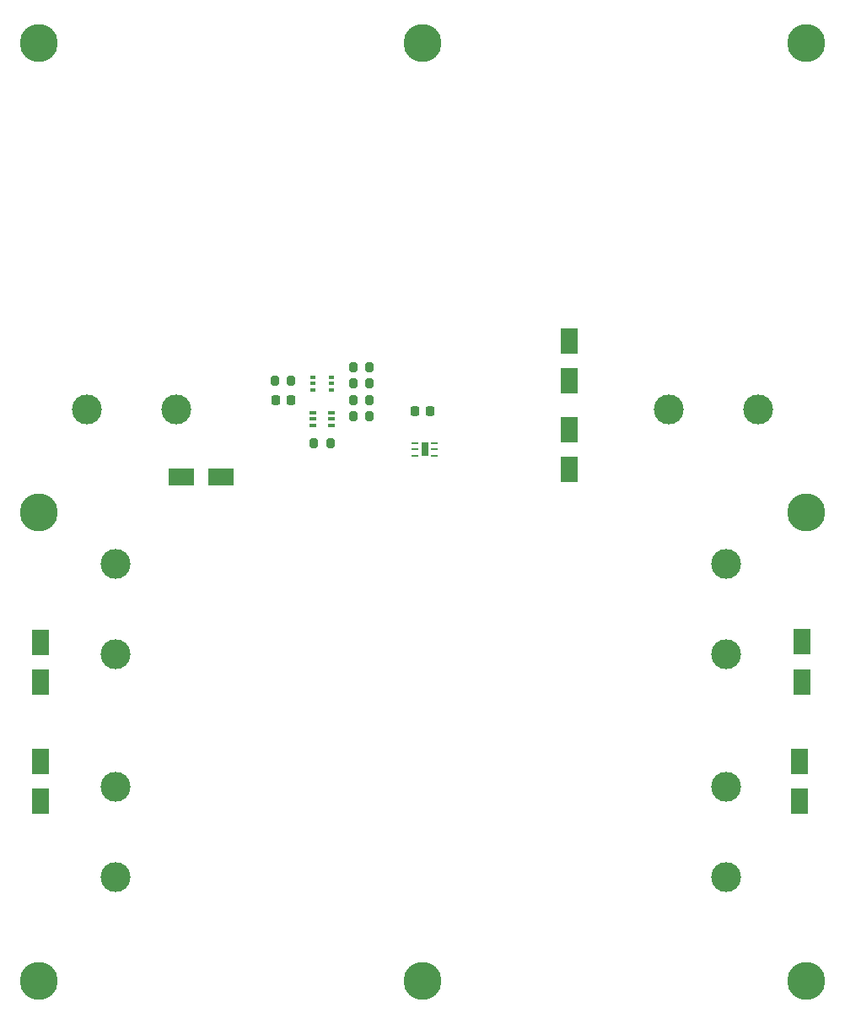
<source format=gts>
%TF.GenerationSoftware,KiCad,Pcbnew,(6.0.5)*%
%TF.CreationDate,2022-07-09T20:44:09-07:00*%
%TF.ProjectId,solar-panel-side-Y-plus,736f6c61-722d-4706-916e-656c2d736964,rev?*%
%TF.SameCoordinates,Original*%
%TF.FileFunction,Soldermask,Top*%
%TF.FilePolarity,Negative*%
%FSLAX46Y46*%
G04 Gerber Fmt 4.6, Leading zero omitted, Abs format (unit mm)*
G04 Created by KiCad (PCBNEW (6.0.5)) date 2022-07-09 20:44:09*
%MOMM*%
%LPD*%
G01*
G04 APERTURE LIST*
G04 Aperture macros list*
%AMRoundRect*
0 Rectangle with rounded corners*
0 $1 Rounding radius*
0 $2 $3 $4 $5 $6 $7 $8 $9 X,Y pos of 4 corners*
0 Add a 4 corners polygon primitive as box body*
4,1,4,$2,$3,$4,$5,$6,$7,$8,$9,$2,$3,0*
0 Add four circle primitives for the rounded corners*
1,1,$1+$1,$2,$3*
1,1,$1+$1,$4,$5*
1,1,$1+$1,$6,$7*
1,1,$1+$1,$8,$9*
0 Add four rect primitives between the rounded corners*
20,1,$1+$1,$2,$3,$4,$5,0*
20,1,$1+$1,$4,$5,$6,$7,0*
20,1,$1+$1,$6,$7,$8,$9,0*
20,1,$1+$1,$8,$9,$2,$3,0*%
G04 Aperture macros list end*
%ADD10C,3.000000*%
%ADD11R,1.700000X2.500000*%
%ADD12R,2.500000X1.700000*%
%ADD13C,3.800000*%
%ADD14C,2.600000*%
%ADD15RoundRect,0.200000X0.200000X0.275000X-0.200000X0.275000X-0.200000X-0.275000X0.200000X-0.275000X0*%
%ADD16RoundRect,0.225000X-0.225000X-0.250000X0.225000X-0.250000X0.225000X0.250000X-0.225000X0.250000X0*%
%ADD17R,0.600000X0.400000*%
%ADD18RoundRect,0.200000X-0.200000X-0.275000X0.200000X-0.275000X0.200000X0.275000X-0.200000X0.275000X0*%
%ADD19RoundRect,0.225000X0.225000X0.250000X-0.225000X0.250000X-0.225000X-0.250000X0.225000X-0.250000X0*%
%ADD20R,0.650000X0.400000*%
%ADD21R,0.740000X0.270000*%
%ADD22R,0.650000X1.350000*%
G04 APERTURE END LIST*
D10*
X179116000Y-98370000D03*
X179116000Y-107370000D03*
X123880000Y-82850000D03*
X114880000Y-82850000D03*
X179116000Y-120722000D03*
X179116000Y-129722000D03*
D11*
X110236000Y-122142000D03*
X110236000Y-118142000D03*
X110236000Y-110204000D03*
X110236000Y-106204000D03*
X186690000Y-106172000D03*
X186690000Y-110172000D03*
X186436000Y-118142000D03*
X186436000Y-122142000D03*
X163322000Y-75978000D03*
X163322000Y-79978000D03*
X163322000Y-84868000D03*
X163322000Y-88868000D03*
D12*
X124365000Y-89662000D03*
X128365000Y-89662000D03*
D13*
X110120000Y-46150000D03*
D14*
X110120000Y-46150000D03*
X148620000Y-46150000D03*
D13*
X148620000Y-46150000D03*
X187120000Y-46150000D03*
D14*
X187120000Y-46150000D03*
X187120000Y-93150000D03*
D13*
X187120000Y-93150000D03*
X187120000Y-140150000D03*
D14*
X187120000Y-140150000D03*
D13*
X148620000Y-140150000D03*
D14*
X148620000Y-140150000D03*
D13*
X110120000Y-140150000D03*
D14*
X110120000Y-140150000D03*
X110120000Y-93150000D03*
D13*
X110120000Y-93150000D03*
D10*
X182300000Y-82850000D03*
X173300000Y-82850000D03*
X117810000Y-129722000D03*
X117810000Y-120722000D03*
X117810000Y-107370000D03*
X117810000Y-98370000D03*
D15*
X143319000Y-80264000D03*
X141669000Y-80264000D03*
D16*
X147815000Y-83058000D03*
X149365000Y-83058000D03*
D17*
X139507000Y-80914000D03*
X139507000Y-80264000D03*
X139507000Y-79614000D03*
X137607000Y-79614000D03*
X137607000Y-80264000D03*
X137607000Y-80914000D03*
D18*
X137732000Y-86233000D03*
X139382000Y-86233000D03*
D19*
X135395000Y-81915000D03*
X133845000Y-81915000D03*
D18*
X133795000Y-80010000D03*
X135445000Y-80010000D03*
D15*
X143319000Y-78613000D03*
X141669000Y-78613000D03*
X143319000Y-81915000D03*
X141669000Y-81915000D03*
D20*
X139507000Y-84470000D03*
X139507000Y-83820000D03*
X139507000Y-83170000D03*
X137607000Y-83170000D03*
X137607000Y-83820000D03*
X137607000Y-84470000D03*
D18*
X141669000Y-83566000D03*
X143319000Y-83566000D03*
D21*
X147849000Y-86218000D03*
X147849000Y-86868000D03*
X147849000Y-87518000D03*
X149839000Y-87518000D03*
X149839000Y-86868000D03*
X149839000Y-86218000D03*
D22*
X148844000Y-86868000D03*
M02*

</source>
